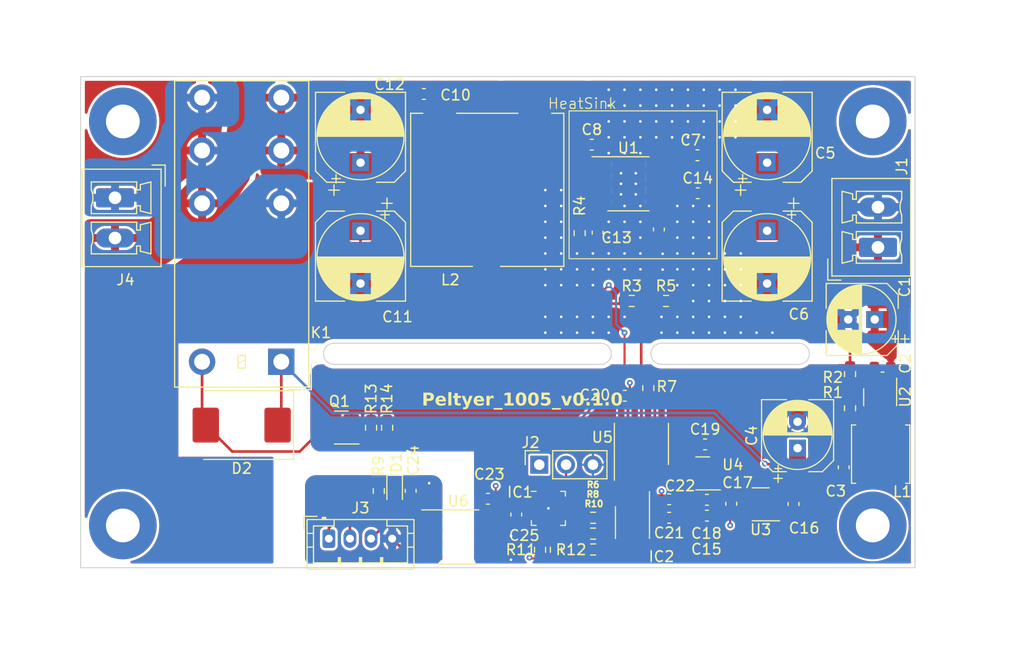
<source format=kicad_pcb>
(kicad_pcb (version 20221018) (generator pcbnew)
  (layers (0 "F.Cu" mixed) (1 "In1.Cu" mixed) (2 "In2.Cu" power) (31 "B.Cu" signal) (34 "B.Paste" user) (35 "F.Paste" user) (36 "B.SilkS" user "B.Silkscreen") (37 "F.SilkS" user "F.Silkscreen") (38 "B.Mask" user) (39 "F.Mask" user) (44 "Edge.Cuts" user))
  (net 0 "")
  (net 1 "Vin")
  (net 2 "GND")
  (net 3 "+5.5V")
  (net 4 "/LX")
  (net 5 "Net-(U1-BS)")
  (net 6 "/V_out")
  (net 7 "Vfb")
  (net 8 "Net-(U1-SS)")
  (net 9 "Net-(U1-Vcc)")
  (net 10 "+5V")
  (net 11 "U_ref")
  (net 12 "Net-(J3-Pin_4)")
  (net 13 "Net-(D1-A)")
  (net 14 "Net-(D1-K)")
  (net 15 "Net-(D2-A)")
  (net 21 "SDA")
  (net 22 "SCL")
  (net 24 "Net-(IC1-PC4)")
  (net 25 "Net-(IC1-PC5)")
  (net 26 "Net-(IC1-PC6)")
  (net 28 "Net-(IC1-PD1)")
  (net 29 "EN_A")
  (net 30 "SHDWN")
  (net 34 "/U_Set")
  (net 35 "Net-(IC2-~{SYNC})")
  (net 36 "Net-(IC2-SCLK)")
  (net 37 "Net-(IC2-DIN)")
  (net 38 "Net-(J3-Pin_2)")
  (net 39 "Net-(J3-Pin_3)")
  (net 40 "/Plus")
  (net 41 "/Minus")
  (net 42 "Net-(U2-SW)")
  (net 43 "Net-(Q1-G)")
  (net 44 "Net-(U2-FB)")
  (net 45 "Net-(U1-EN)")
  (net 46 "Net-(R7-Pad1)")
  (footprint "SamacSys_Parts:HeatSink_14x14mm" (layer "F.Cu") (at 159.25 50)
    (fp_text reference "HeatSink")
    (fp_text value "HeatSink_14x14mm" hide)
  )
  (footprint "Capacitor_SMD:C_0603_1608Metric" (layer "F.Cu") (at 161.725 79.775)
    (fp_text reference "C22")
    (fp_text value "0.1uF")
  )
  (footprint "Resistor_SMD:R_0603_1608Metric" (layer "F.Cu") (at 134.232621 78.986579 -90)
    (fp_text reference "R9")
    (fp_text value "200")
  )
  (footprint "Package_DFN_QFN:QFN-20-1EP_3x3mm_P0.4mm_EP1.65x1.65mm" (layer "F.Cu") (at 150.29 80.635)
    (fp_text reference "IC1")
    (fp_text value "CH32V003F4U6")
  )
  (footprint "Connector_JST:JST_PH_B4B-PH-K_1x04_P2.00mm_Vertical" (layer "F.Cu") (at 129.5 83.5)
    (fp_text reference "J3")
    (fp_text value "I2C_Connect")
  )
  (footprint "MountingHole:MountingHole_3.2mm_M3_Pad" (layer "F.Cu") (at 181 82.25)
    (fp_text reference "REF**" hide)
    (fp_text value "MountingHole_3.2mm_M3_Pad" hide)
  )
  (footprint "Capacitor_SMD:CP_Elec_6.3x7.7" (layer "F.Cu") (at 180 62.75 180)
    (fp_text reference "C1")
    (fp_text value "100uF")
  )
  (footprint "Capacitor_SMD:C_0603_1608Metric" (layer "F.Cu") (at 165.3 79.825)
    (fp_text reference "C18")
    (fp_text value "0.1uF")
  )
  (footprint "Inductor_SMD:L_Changjiang_FNR5012S" (layer "F.Cu") (at 181.75 75.5 -90)
    (fp_text reference "L1")
    (fp_text value "47uH")
  )
  (footprint "Connector_Phoenix_MC:PhoenixContact_MCV_1,5_2-G-3.81_1x02_P3.81mm_Vertical" (layer "F.Cu") (at 109.2575 51.2275 -90)
    (fp_text reference "J4")
    (fp_text value "Модуль")
  )
  (footprint "Resistor_SMD:R_0603_1608Metric" (layer "F.Cu") (at 154.525 81.525)
    (fp_text reference "R6")
    (fp_text value "200")
  )
  (footprint "Resistor_SMD:R_0603_1608Metric" (layer "F.Cu") (at 178.85 71.15 90)
    (fp_text reference "R1")
    (fp_text value "36k")
  )
  (footprint "Resistor_SMD:R_0603_1608Metric" (layer "F.Cu") (at 178.85 67.925 90)
    (fp_text reference "R2")
    (fp_text value "10k")
  )
  (footprint "Resistor_SMD:R_0603_1608Metric" (layer "F.Cu") (at 149.5 84.55 -90)
    (fp_text reference "R11")
    (fp_text value "10k")
  )
  (footprint "Capacitor_SMD:CP_Elec_6.3x7.7" (layer "F.Cu") (at 173.882214 73.75 90)
    (fp_text reference "C4")
    (fp_text value "100uF")
  )
  (footprint "Capacitor_SMD:C_0603_1608Metric" (layer "F.Cu") (at 137.25 78.975 -90)
    (fp_text reference "C24")
    (fp_text value "0.1uF")
  )
  (footprint "Capacitor_SMD:C_0603_1608Metric" (layer "F.Cu") (at 167.6 80.2 90)
    (fp_text reference "C17")
    (fp_text value "1uF")
  )
  (footprint "Capacitor_SMD:C_0603_1608Metric" (layer "F.Cu") (at 160.75 54.225 90)
    (fp_text reference "C9" hide)
    (fp_text value "100pF")
  )
  (footprint "Package_TO_SOT_SMD:SOT-23-5" (layer "F.Cu") (at 170.3875 80.25 180)
    (fp_text reference "U3")
    (fp_text value "TPL903250")
  )
  (footprint "Capacitor_SMD:CP_Elec_8x10" (layer "F.Cu") (at 171 45.5 90)
    (fp_text reference "C5")
    (fp_text value "150uF")
  )
  (footprint "Package_SO:MSOP-8_3x3mm_P0.65mm" (layer "F.Cu") (at 158.25 81.975 -90)
    (fp_text reference "IC2")
    (fp_text value "TPC116S1-VR")
  )
  (footprint "Package_SO:SOIC-8_3.9x4.9mm_P1.27mm" (layer "F.Cu") (at 141.75 83.34)
    (fp_text reference "U6")
    (fp_text value "NSI8100N")
  )
  (footprint "Package_TO_SOT_SMD:SOT-23" (layer "F.Cu") (at 130.684641 72.979649 180)
    (fp_text reference "Q1")
    (fp_text value "AO3400A")
  )
  (footprint "Capacitor_SMD:C_0603_1608Metric" (layer "F.Cu") (at 178.25 76.75 90)
    (fp_text reference "C3")
    (fp_text value "1uF")
  )
  (footprint "Resistor_SMD:R_0603_1608Metric" (layer "F.Cu") (at 151 84.55 -90)
    (fp_text reference "R12")
    (fp_text value "10k")
  )
  (footprint "LED_SMD:LED_0603_1608Metric" (layer "F.Cu") (at 135.732621 78.986579 -90)
    (fp_text reference "D1")
    (fp_text value "BLUE")
  )
  (footprint "Capacitor_SMD:C_0603_1608Metric" (layer "F.Cu") (at 154.95 54.525 -90)
    (fp_text reference "C13")
    (fp_text value "0.1uF")
  )
  (footprint "Relay_THT:Relay_DPDT_Omron_G2RL" (layer "F.Cu") (at 125 66.75 90)
    (fp_text reference "K1")
    (fp_text value "IM00")
  )
  (footprint "Package_TO_SOT_SMD:SOT-23-5" (layer "F.Cu") (at 181.7 70.1125 -90)
    (fp_text reference "U2")
    (fp_text value "AP2900")
  )
  (footprint "Capacitor_SMD:C_0603_1608Metric" (layer "F.Cu") (at 147.25 81.225 -90)
    (fp_text reference "C25")
    (fp_text value "0.1uF")
  )
  (footprint "Package_SO:SOIC-8-1EP_3.9x4.9mm_P1.27mm_EP2.514x3.2mm_ThermalVias" (layer "F.Cu") (at 157.8625 49.905)
    (fp_text reference "U1")
    (fp_text value "SY8205FCC")
  )
  (footprint "Diode_SMD:D_SMC" (layer "F.Cu") (at 121.25 72.75 180)
    (fp_text reference "D2")
    (fp_text value "B320")
  )
  (footprint "Capacitor_SMD:CP_Elec_8x10" (layer "F.Cu") (at 171 56.75 -90)
    (fp_text reference "C6")
    (fp_text value "150uF")
  )
  (footprint "Resistor_SMD:R_0603_1608Metric" (layer "F.Cu") (at 154.525 84.525)
    (fp_text reference "R10")
    (fp_text value "200")
  )
  (footprint "MountingHole:MountingHole_3.2mm_M3_Pad" (layer "F.Cu") (at 110 82.25)
    (fp_text reference "REF**" hide)
    (fp_text value "MountingHole_3.2mm_M3_Pad" hide)
  )
  (footprint "Resistor_SMD:R_0603_1608Metric" (layer "F.Cu") (at 133.5 73 -90)
    (fp_text reference "R14")
    (fp_text value "10k")
  )
  (footprint "Capacitor_THT:CP_Radial_D6.3mm_P2.50mm" (layer "F.Cu") (at 173.882214 74.93238 90)
    (fp_text reference "C1" hide)
    (fp_text value "CP_Radial_D6.3mm_P2.50mm" hide)
  )
  (footprint "Capacitor_THT:CP_Radial_D8.0mm_P5.00mm" (layer "F.Cu") (at 132.5 47.902651 90)
    (fp_text reference "C12" hide)
    (fp_text value "CP_Radial_D8.0mm_P5.00mm" hide)
  )
  (footprint "Resistor_SMD:R_0603_1608Metric" (layer "F.Cu") (at 161.425 61)
    (fp_text reference "R5")
    (fp_text value "10k")
  )
  (footprint "Capacitor_THT:CP_Radial_D8.0mm_P5.00mm" (layer "F.Cu") (at 132.5 54.347349 -90)
    (fp_text reference "C11" hide)
    (fp_text value "CP_Radial_D8.0mm_P5.00mm" hide)
  )
  (footprint "Resistor_SMD:R_0603_1608Metric" (layer "F.Cu") (at 135.02094 73.000443 90)
    (fp_text reference "R13")
    (fp_text value "200")
  )
  (footprint "Capacitor_SMD:C_0603_1608Metric" (layer "F.Cu") (at 161.725 81.525 180)
    (fp_text reference "C21")
    (fp_text value "1uF")
  )
  (footprint "Resistor_SMD:R_0603_1608Metric" (layer "F.Cu") (at 153.25 54.575 90)
    (fp_text reference "R4")
    (fp_text value "10k")
  )
  (footprint "SamacSys_Parts:CDEP147NP-6R1MC-125" (layer "F.Cu") (at 144.5 50.475 180)
    (fp_text reference "L2")
    (fp_text value "6.1uH")
  )
  (footprint "Capacitor_SMD:CP_Elec_8x10" (layer "F.Cu") (at 132.5 56.75 -90)
    (fp_text reference "C11")
    (fp_text value "150uF")
  )
  (footprint "Capacitor_SMD:C_0603_1608Metric" (layer "F.Cu") (at 181.925 67.225 180)
    (fp_text reference "C2")
    (fp_text value "1uF")
  )
  (footprint "Capacitor_THT:CP_Radial_D6.3mm_P2.50mm" (layer "F.Cu") (at 181.182379 62.75 180)
    (fp_text reference "C1" hide)
    (fp_text value "CP_Radial_D6.3mm_P2.50mm" hide)
  )
  (footprint "Connector_PinSocket_2.54mm:PinSocket_1x03_P2.54mm_Vertical" (layer "F.Cu") (at 149.425 76.5 90)
    (fp_text reference "J2")
    (fp_text value "SWIO")
  )
  (footprint "Capacitor_SMD:C_0603_1608Metric" (layer "F.Cu") (at 157.525 69.975 180)
    (fp_text reference "C20")
    (fp_text value "0.1uF")
  )
  (footprint "Capacitor_SMD:C_0603_1608Metric" (layer "F.Cu") (at 154.4 46.2)
    (fp_text reference "C8")
    (fp_text value "0.1uF")
  )
  (footprint "Capacitor_SMD:C_0603_1608Metric" (layer "F.Cu") (at 138.5 41.4 180)
    (fp_text reference "C10")
    (fp_text value "10uF")
  )
  (footprint "MountingHole:MountingHole_3.2mm_M3_Pad" (layer "F.Cu") (at 110 44)
    (fp_text reference "REF**" hide)
    (fp_text value "MountingHole_3.2mm_M3_Pad" hide)
  )
  (footprint "MountingHole:MountingHole_3.2mm_M3_Pad" (layer "F.Cu") (at 181 44)
    (fp_text reference "REF**" hide)
    (fp_text value "MountingHole_3.2mm_M3_Pad" hide)
  )
  (footprint "Capacitor_THT:CP_Radial_D8.0mm_P5.00mm" (layer "F.Cu") (at 171 47.902651 90)
    (fp_text reference "C5" hide)
    (fp_text value "CP_Radial_D8.0mm_P5.00mm" hide)
  )
  (footprint "Resistor_SMD:R_0603_1608Metric" (layer "F.Cu") (at 154.525 83.025)
    (fp_text reference "R8")
    (fp_text value "200")
  )
  (footprint "Capacitor_SMD:CP_Elec_8x10" (layer "F.Cu") (at 132.5 45.5 90)
    (fp_text reference "C12")
    (fp_text value "150uF")
  )
  (footprint "Capacitor_SMD:C_0603_1608Metric" (layer "F.Cu") (at 165.125 74.575)
    (fp_text reference "C19")
    (fp_text value "0.1uF")
  )
  (footprint "Connector_Phoenix_MC:PhoenixContact_MCV_1,5_2-G-3.81_1x02_P3.81mm_Vertical" (layer "F.Cu") (at 181.4925 55.9225 90)
    (fp_text reference "J1")
    (fp_text value "Питание")
  )
  (footprint "Capacitor_THT:CP_Radial_D8.0mm_P5.00mm" (layer "F.Cu") (at 171 54.347349 -90)
    (fp_text reference "C6" hide)
    (fp_text value "CP_Radial_D8.0mm_P5.00mm" hide)
  )
  (footprint "Capacitor_SMD:C_0603_1608Metric" (layer "F.Cu") (at 165.3 81.325)
    (fp_text reference "C15")
    (fp_text value "10uF")
  )
  (footprint "Resistor_SMD:R_0603_1608Metric" (layer "F.Cu") (at 159.75 69.25 90)
    (fp_text reference "R7")
    (fp_text value "30k")
  )
  (footprint "Resistor_SMD:R_0603_1608Metric" (layer "F.Cu") (at 158.175 61)
    (fp_text reference "R3")
    (fp_text value "120k")
  )
  (footprint "Capacitor_SMD:C_0603_1608Metric" (layer "F.Cu") (at 164.4 47.2)
    (fp_text reference "C7")
    (fp_text value "10uF")
  )
  (footprint "Capacitor_SMD:C_0603_1608Metric" (layer "F.Cu") (at 144.563871 79.725)
    (fp_text reference "C23")
    (fp_text value "0.1uF")
  )
  (footprint "Capacitor_SMD:C_0603_1608Metric" (layer "F.Cu") (at 164.425 50.8)
    (fp_text reference "C14")
    (fp_text value "1uF")
  )
  (footprint "Package_SO:SOIC-8_3.9x4.9mm_P1.27mm" (layer "F.Cu") (at 159.095 74.525 90)
    (fp_text reference "U5")
    (fp_text value "TPA1286U-VS1R")
  )
  (footprint "Package_TO_SOT_SMD:SOT-23" (layer "F.Cu") (at 164.9 77.325 180)
    (fp_text reference "U4")
    (fp_text value "RS3112-2.5")
  )
  (footprint "Capacitor_SMD:C_0603_1608Metric" (layer "F.Cu") (at 173.5 80.225 90)
    (fp_text reference "C16")
    (fp_text value "1uF")
  )
  (gr_arc (start 161 67) (mid 160 66) (end 161 65) (stroke (width 0.1)) (layer "Edge.Cuts"))
  (gr_arc (start 155.25 65) (mid 156.25 66) (end 155.25 67) (stroke (width 0.1)) (layer "Edge.Cuts"))
  (gr_rect (start 106 39.75) (end 185 86.25) (stroke (width 0.1)) (fill none) (layer "Edge.Cuts"))
  (gr_arc (start 130 67) (mid 129 66) (end 130 65) (stroke (width 0.1)) (layer "Edge.Cuts"))
  (gr_line (start 174 67) (end 161 67) (stroke (width 0.1)) (layer "Edge.Cuts"))
  (gr_line (start 161 65) (end 174 65) (stroke (width 0.1)) (layer "Edge.Cuts"))
  (gr_line (start 130 65) (end 155.25 65) (stroke (width 0.1)) (layer "Edge.Cuts"))
  (gr_arc (start 174 65) (mid 175 66) (end 174 67) (stroke (width 0.1)) (layer "Edge.Cuts"))
  (gr_line (start 130 67) (end 155.25 67) (stroke (width 0.1)) (layer "Edge.Cuts"))
  (gr_text "Peltyer_1005_v0.1.0" (at 138.3 71.1) (layer "F.SilkS") (effects (font (size 1.2 1.2) (thickness 0.24) bold) (justify left bottom)))
  (segment (start 160.5 49.27) (end 160.02 49.27) (width 0.25) (layer "F.Cu") (net 1))
  (segment (start 182.7 68.925) (end 182.65 68.975) (width 0.25) (layer "F.Cu") (net 1))
  (segment (start 161 48) (end 161 49) (width 0.25) (layer "F.Cu") (net 1))
  (segment (start 160.5 48) (end 161 48) (width 0.25) (layer "F.Cu") (net 1))
  (segment (start 160.02 49.27) (end 160 49.25) (width 0.25) (layer "F.Cu") (net 1))
  (segment (start 160 49.25) (end 160 48.25) (width 0.25) (layer "F.Cu") (net 1))
  (segment (start 160.5 48) (end 160.5 49.27) (width 0.25) (layer "F.Cu") (net 1))
  (segment (start 182.7 67.225) (end 182.7 68.925) (width 0.25) (layer "F.Cu") (net 1))
  (segment (start 161.825 77.825) (end 161 77) (width 0.25) (layer "F.Cu") (net 2))
  (segment (start 181.15 67.225) (end 178.975 67.225) (width 0.25) (layer "F.Cu") (net 2))
  (segment (start 178.85 64.3) (end 177.3 62.75) (width 0.25) (layer "F.Cu") (net 2))
  (segment (start 149.89 81.035) (end 148.84 81.035) (width 0.2) (layer "F.Cu") (net 2))
  (segment (start 162.5 79.775) (end 161.825 79.1) (width 0.25) (layer "F.Cu") (net 2))
  (segment (start 181.7 67.775) (end 181.7 68.975) (width 0.25) (layer "F.Cu") (net 2))
  (segment (start 133.5 72.175) (end 131.767492 72.175) (width 0.25) (layer "F.Cu") (net 2))
  (segment (start 177.832214 67.1) (end 173.882214 71.05) (width 0.25) (layer "F.Cu") (net 2))
  (segment (start 178.85 67.1) (end 178.85 64.3) (width 0.25) (layer "F.Cu") (net 2))
  (segment (start 150.4 80.6) (end 149.89 81.035) (width 0.2) (layer "F.Cu") (net 2))
  (segment (start 181.15 67.225) (end 181.7 67.775) (width 0.25) (layer "F.Cu") (net 2))
  (segment (start 150.29 80.635) (end 150.4 80.6) (width 0.2) (layer "F.Cu") (net 2))
  (segment (start 131.767492 72.175) (end 131.622141 72.029649) (width 0.25) (layer "F.Cu") (net 2))
  (segment (start 161.825 79.1) (end 161.825 77.825) (width 0.25) (layer "F.Cu") (net 2))
  (segment (start 178.85 67.1) (end 177.832214 67.1) (width 0.25) (layer "F.Cu") (net 2))
  (segment (start 178.975 67.225) (end 178.85 67.1) (width 0.25) (layer "F.Cu") (net 2))
  (via (at 165.5 53.5) (size 0.55) (drill 0.25) (layers "F.Cu" "B.Cu") (net 2))
  (via (at 159 41) (size 0.55) (drill 0.25) (layers "F.Cu" "B.Cu") (net 2))
  (via (at 156 62.5) (size 0.55) (drill 0.25) (layers "F.Cu" "B.Cu") (net 2))
  (via (at 166.5 41) (size 0.55) (drill 0.25) (layers "F.Cu" "B.Cu") (net 2))
  (via (at 165.5 58) (size 0.55) (drill 0.25) (layers "F.Cu" "B.Cu") (net 2))
  (via (at 156 44) (size 0.55) (drill 0.25) (layers "F.Cu" "B.Cu") (net 2))
  (via (at 164 61) (size 0.55) (drill 0.25) (layers "F.Cu" "B.Cu") (net 2))
  (via (at 156 56.5) (size 0.55) (drill 0.25) (layers "F.Cu" "B.Cu") (net 2))
  (via (at 150 64) (size 0.55) (drill 0.25) (layers "F.Cu" "B.Cu") (net 2))
  (via (at 156 55) (size 0.55) (drill 0.25) (layers "F.Cu" "B.Cu") (net 2))
  (via (at 154.5 58) (size 0.55) (drill 0.25) (layers "F.Cu" "B.Cu") (net 2))
  (via (at 168 45.5) (size 0.55) (drill 0.25) (layers "F.Cu" "B.Cu") (net 2))
  (via (at 161 64) (size 0.55) (drill 0.25) (layers "F.Cu" "B.Cu") (net 2))
  (via (at 163.5 41) (size 0.55) (drill 0.25) (layers "F.Cu" "B.Cu") (net 2))
  (via (at 151.5 52) (size 0.55) (drill 0.25) (layers "F.Cu" "B.Cu") (net 2))
  (via (at 168.5 56.5) (size 0.55) (drill 0.25) (layers "F.Cu" "B.Cu") (net 2))
  (via (at 157.5 42.5) (size 0.55) (drill 0.25) (layers "F.Cu" "B.Cu") (net 2))
  (via (at 150 50.5) (size 0.55) (drill 0.25) (layers "F.Cu" "B.Cu") (net 2))
  (via (at 151.5 53.5) (size 0.55) (drill 0.25) (layers "F.Cu" "B.Cu") (net 2))
  (via (at 157.5 44) (size 0.55) (drill 0.25) (layers "F.Cu" "B.Cu") (net 2))
  (via (at 162.5 53.5) (size 0.55) (drill 0.25) (layers "F.Cu" "B.Cu") (net 2))
  (via (at 157.5 53.5) (size 0.55) (drill 0.25) (layers "F.Cu" "B.Cu") (net 2))
  (via (at 164 59.5) (size 0.55) (drill 0.25) (layers "F.Cu" "B.Cu") (net 2))
  (via (at 168.5 61) (size 0.55) (drill 0.25) (layers "F.Cu" "B.Cu") (net 2))
  (via (at 151.5 59.5) (size 0.55) (drill 0.25) (layers "F.Cu" "B.Cu") (net 2))
  (via (at 166.5 42.5) (size 0.55) (drill 0.25) (layers "F.Cu" "B.Cu") (net 2))
  (via (at 146.75 83.25) (size 0.55) (drill 0.25) (layers "F.Cu" "B.Cu") (net 2))
  (via (at 159 44) (size 0.55) (drill 0.25) (layers "F.Cu" "B.Cu") (net 2))
  (via (at 161 62.5) (size 0.55) (drill 0.25) (layers "F.Cu" "B.Cu") (net 2))
  (via (at 162.5 52) (size 0.55) (drill 0.25) (layers "F.Cu" "B.Cu") (net 2))
  (via (at 167 61) (size 0.55) (drill 0.25) (layers "F.Cu" "B.Cu") (net 2))
  (via (at 164 64) (size 0.55) (drill 0.25) (layers "F.Cu" "B.Cu") (net 2))
  (via (at 154.5 62.5) (size 0.55) (drill 0.25) (layers "F.Cu" "B.Cu") (net 2))
  (via (at 163.5 44) (size 0.55) (drill 0.25) (layers "F.Cu" "B.Cu") (net 2))
  (via (at 164 56.5) (size 0.55) (drill 0.25) (layers "F.Cu" "B.Cu") (net 2))
  (via (at 167 64) (size 0.55) (drill 0.25) (layers "F.Cu" "B.Cu") (net 2))
  (via (at 162.5 62.5) (size 0.55) (drill 0.25) (layers "F.Cu" "B.Cu") (net 2))
  (via (at 163.5 45.5) (size 0.55) (drill 0.25) (layers "F.Cu" "B.Cu") (net 2))
  (via (at 165.5 59.5) (size 0.55) (drill 0.25) (layers "F.Cu" "B.Cu") (net 2))
  (via (at 165.5 52) (size 0.55) (drill 0.25) (layers "F.Cu" "B.Cu") (net 2))
  (via (at 159 58) (size 0.55) (drill 0.25) (layers "F.Cu" "B.Cu") (net 2))
  (via (at 151.5 62.5) (size 0.55) (drill 0.25) (layers "F.Cu" "B.Cu") (net 2))
  (via (at 159 53.5) (size 0.55) (drill 0.25) (layers "F.Cu" "B.Cu") (net 2))
  (via (at 162 41) (size 0.55) (drill 0.25) (layers "F.Cu" "B.Cu") (net 2))
  (via (at 157.5 45.5) (size 0.55) (drill 0.25) (layers "F.Cu" "B.Cu") (net 2))
  (via (at 162.5 55) (size 0.55) (drill 0.25) (layers "F.Cu" "B.Cu") (net 2))
  (via (at 150 58) (size 0.55) (drill 0.25) (layers "F.Cu" "B.Cu") (net 2))
  (via (at 156 41) (size 0.55) (drill 0.25) (layers "F.Cu" "B.Cu") (net 2))
  (via (at 156 42.5) (size 0.55) (drill 0.25) (layers "F.Cu" "B.Cu") (net 2))
  (via (at 159 56.5) (size 0.55) (drill 0.25) (layers "F.Cu" "B.Cu") (net 2))
  (via (at 157.5 56.5) (size 0.55) (drill 0.25) (layers "F.Cu" "B.Cu") (net 2))
  (via (at 157.5 55) (size 0.55) (drill 0.25) (layers "F.Cu" "B.Cu") (net 2))
  (via (at 165 41) (size 0.55) (drill 0.25) (layers "F.Cu" "B.Cu") (net 2))
  (via (at 146.75 85.5) (size 0.55) (drill 0.25) (layers "F.Cu" "B.Cu") (net 2))
  (via (at 164 62.5) (size 0.55) (drill 0.25) (layers "F.Cu" "B.Cu") (net 2))
  (via (at 150 55) (size 0.55) (drill 0.25) (layers "F.Cu" "B.Cu") (net 2))
  (via (at 162 45.5) (size 0.55) (drill 0.25) (layers "F.Cu" "B.Cu") (net 2))
  (via (at 162.5 58) (size 0.55) (drill 0.25) (layers "F.Cu" "B.Cu") (net 2))
  (via (at 159 55) (size 0.55) (drill 0.25) (layers "F.Cu" "B.Cu") (net 2))
  (via (at 165.5 56.5) (size 0.55) (drill 0.25) (layers "F.Cu" "B.Cu") (net 2))
  (via (at 156 58) (size 0.55) (drill 0.25) (layers "F.Cu" "B.Cu") (net 2))
  (via (at 162.5 56.5) (size 0.55) (drill 0.25) (layers "F.Cu" "B.Cu") (net 2))
  (via (at 168.5 64) (size 0.55) (drill 0.25) (layers "F.Cu" "B.Cu") (net 2))
  (via (at 157.5 52) (size 0.55) (drill 0.25) (layers "F.Cu" "B.Cu") (net 2))
  (via (at 168.5 59.5) (size 0.55) (drill 0.25) (layers "F.Cu" "B.Cu") (net 2))
  (via (at 167 56.5) (size 0.55) (drill 0.25) (layers "F.Cu" "B.Cu") (net 2))
  (via (at 168.5 58) (size 0.55) (drill 0.25) (layers "F.Cu" "B.Cu") (net 2))
  (via (at 164 53.5) (size 0.55) (drill 0.25) (layers "F.Cu" "B.Cu") (net 2))
  (via (at 164 52) (size 0.55) (drill 0.25) (layers "F.Cu" "B.Cu") (net 2))
  (via (at 160.5 44) (size 0.55) (drill 0.25) (layers "F.Cu" "B.Cu") (net 2))
  (via (at 170 64) (size 0.55) (drill 0.25) (layers "F.Cu" "B.Cu") (net 2))
  (via (at 159 42.5) (size 0.55) (drill 0.25) (layers "F.Cu" "B.Cu") (net 2))
  (via (at 165.5 62.5) (size 0.55) (drill 0.25) (layers "F.Cu" "B.Cu") (net 2))
  (via (at 168 41) (size 0.55) (drill 0.25) (layers "F.Cu" "B.Cu") (net 2))
  (via (at 162.5 64) (size 0.55) (drill 0.25) (layers "F.Cu" "B.Cu") (net 2))
  (via (at 150.29 80.635) (size 0.55) (drill 0.25) (layers "F.Cu" "B.Cu") (net 2))
  (via (at 168 44) (size 0.55) (drill 0.25) (layers "F.Cu" "B.Cu") (net 2))
  (via (at 154.5 64) (size 0.55) (drill 0.25) (layers "F.Cu" "B.Cu") (net 2))
  (via (at 151.5 64) (size 0.55) (drill 0.25) (layers "F.Cu" "B.Cu") (net 2))
  (via (at 160.5 41) (size 0.55) (drill 0.25) (layers "F.Cu" "B.Cu") (net 2))
  (via (at 165.5 55) (size 0.55) (drill 0.25) (layers "F.Cu" "B.Cu") (net 2))
  (via (at 154.5 59.5) (size 0.55) (drill 0.25) (layers "F.Cu" "B.Cu") (net 2))
  (via (at 150 56.5) (size 0.55) (drill 0.25) (layers "F.Cu" "B.Cu") (net 2))
  (via (at 153 62.5) (size 0.55) (drill 0.25) (layers "F.Cu" "B.Cu") (net 2))
  (via (at 164 55) (size 0.55) (drill 0.25) (layers "F.Cu" "B.Cu") (net 2))
  (via (at 156 53.5) (size 0.55) (drill 0.25) (layers "F.Cu" "B.Cu") (net 2))
  (via (at 165.5 64) (size 0.55) (drill 0.25) (layers "F.Cu" "B.Cu") (net 2))
  (via (at 157.5 41) (size 0.55) (drill 0.25) (layers "F.Cu" "B.Cu") (net 2))
  (via (at 156 45.5) (size 0.55) (drill 0.25) (layers "F.Cu" "B.Cu") (net 2))
  (via (at 165 45.5) (size 0.55) (drill 0.25) (layers "F.Cu" "B.Cu") (net 2))
  (via (at 171.5 64) (size 0.55) (drill 0.25) (layers "F.Cu" "B.Cu") (net 2))
  (via (at 153 56.5) (size 0.55) (drill 0.25) (layers "F.Cu" "B.Cu") (net 2))
  (via (at 159 52) (size 0.55) (drill 0.25) (layers "F.Cu" "B.Cu") (net 2))
  (via (at 168 42.5) (size 0.55) (drill 0.25) (layers "F.Cu" "B.Cu") (net 2))
  (via (at 150 53.5) (size 0.55) (drill 0.25) (layers "F.Cu" "B.Cu") (net 2))
  (via (at 159 45.5) (size 0.55) (drill 0.25) (layers "F.Cu" "B.Cu") (net 2))
  (via (at 167 62.5) (size 0.55) (drill 0.25) (layers "F.Cu" "B.Cu") (net 2))
  (via (at 163.5 42.5) (size 0.55) (drill 0.25) (layers "F.Cu" "B.Cu") (net 2))
  (via (at 151.5 58) (size 0.55) (drill 0.25) (layers "F.Cu" "B.Cu") (net 2))
  (via (at 166.5 45.5) (size 0.55) (drill 0.25) (layers "F.Cu" "B.Cu") (net 2))
  (via (at 160.5 45.5) (size 0.55) (drill 0.25) (layers "F.Cu" "B.Cu") (net 2))
  (via (at 165 44) (size 0.55) (drill 0.25) (layers "F.Cu" "B.Cu") (net 2))
  (via (at 162 44) (size 0.55) (drill 0.25) (layers "F.Cu" "B.Cu") (net 2))
  (via (at 157.5 58) (size 0.55) (drill 0.25) (layers "F.Cu" "B.Cu") (net 2))
  (via (at 151.5 55) (size 0.55) (drill 0.25) (layers "F.Cu" "B.Cu") (net 2))
  (via (at 150 59.5) (size 0.55) (drill 0.25) (layers "F.Cu" "B.Cu") (net 2))
  (via (at 151.5 56.5) (size 0.55) (drill 0.25) (layers "F.Cu" "B.Cu") (net 2))
  (via (at 153 64) (size 0.55) (drill 0.25) (layers "F.Cu" "B.Cu") (net 2))
  (via (at 151.5 50.5) (size 0.55) (drill 0.25) (layers "F.Cu" "B.Cu") (net 2))
  (via (at 168.5 62.5) (size 0.55) (drill 0.25) (layers "F.Cu" "B.Cu") (net 2))
  (via (at 167 59.5) (size 0.55) (drill 0.25) (layers "F.Cu" "B.Cu") (net 2))
  (via (at 153 58) (size 0.55) (drill 0.25) (layers "F.Cu" "B.Cu") (net 2))
  (via (at 161.104278 58.026736) (size 0.55) (drill 0.25) (layers "F.Cu" "B.Cu") (net 2))
  (via (at 154.5 56.5) (size 0.55) (drill 0.25) (layers "F.Cu" "B.Cu") (net 2))
  (via (at 157.5 47) (size 0.55) (drill 0.25) (layers "F.Cu" "B.Cu") (net 2))
  (via (at 166.5 44) (size 0.55) (drill 0.25) (layers "F.Cu" "B.Cu") (net 2))
  (via (at 150 62.5) (size 0.55) (drill 0.25) (layers "F.Cu" "B.Cu") (net 2))
  (via (at 167 58) (size 0.55) (drill 0.25) (layers "F.Cu" "B.Cu") (net 2))
  (via (at 162.5 59.5) (size 0.55) (drill 0.25) (layers "F.Cu" "B.Cu") (net 2))
  (via (at 159 47) (size 0.55) (drill 0.25) (layers "F.Cu" "B.Cu") (net 2))
  (via (at 160.5 42.5) (size 0.55) (drill 0.25) (layers "F.Cu" "B.Cu") (net 2))
  (via (at 157.5 62.5) (size 0.55) (drill 0.25) (layers "F.Cu" "B.Cu") (net 2))
  (via (at 153 59.5) (size 0.55) (drill 0.25) (layers "F.Cu" "B.Cu") (net 2))
  (via (at 165 42.5) (size 0.55) (drill 0.25) (layers "F.Cu" "B.Cu") (net 2))
  (via (at 150 52) (size 0.55) (drill 0.25) (layers "F.Cu" "B.Cu") (net 2))
  (via (at 165.5 61) (size 0.55) (drill 0.25) (layers "F.Cu" "B.Cu") (net 2))
  (via (at 162 42.5) (size 0.55) (drill 0.25) (layers "F.Cu" "B.Cu") (net 2))
  (via (at 164 58) (size 0.55) (drill 0.25) (layers "F.Cu" "B.Cu") (net 2))
  (via (at 161.104278 56.526736) (size 0.55) (drill 0.25) (layers "F.Cu" "B.Cu") (net 2))
  (via (at 156 64) (size 0.55) (drill 0.25) (layers "F.Cu" "B.Cu") (net 2))
  (via (at 156 47) (size 0.55) (drill 0.25) (layers "F.Cu" "B.Cu") (net 2))
  (segment (start 125 66.75) (end 125 72.4) (width 0.25) (layer "F.Cu") (net 3))
  (segment (start 178.25 77.525) (end 174.957214 77.525) (width 0.25) (layer "F.Cu") (net 3))
  (segment (start 174.375 76.45) (end 173.882214 76.45) (width 0.25) (layer "F.Cu") (net 3))
  (segment (start 170.5625 80.586396) (end 171.176104 81.2) (width 0.2) (layer "F.Cu") (net 3))
  (segment (start 173.882214 76.942786) (end 171.525 79.3) (width 0.25) (layer "F.Cu") (net 3))
  (segment (start 171.525 79.3) (end 171.176104 79.3) (width 0.2) (layer "F.Cu") (net 3))
  (segment (start 178.85 71.975) (end 174.375 76.45) (width 0.25) (layer "F.Cu") (net 3))
  (segment (start 125 72.4) (end 124.65 72.75) (width 0.25) (layer "F.Cu") (net 3))
  (segment (start 173.882214 76.45) (end 170.85 76.45) (width 0.25) (layer "F.Cu") (net 3))
  (segment (start 171.176104 81.2) (end 171.525 81.2) (width 0.2) (layer "F.Cu") (net 3))
  (segment (start 170.5625 79.913604) (end 170.5625 80.586396) (width 0.2) (layer "F.Cu") (net 3))
  (segment (start 174.957214 77.525) (end 173.882214 76.45) (width 0.25) (layer "F.Cu") (net 3))
  (segment (start 173.5 81) (end 171.725 81) (width 0.2) (layer "F.Cu") (net 3))
  (segment (start 170.85 76.45) (end 170.8 76.4) (width 0.25) (layer "F.Cu") (net 3))
  (segment (start 173.882214 76.45) (end 173.882214 76.942786) (width 0.25) (layer "F.Cu") (net 3))
  (segment (start 181.75 77.35) (end 178.425 77.35) (width 0.25) (layer "F.Cu") (net 3))
  (segment (start 171.725 81) (end 171.525 81.2) (width 0.2) (layer "F.Cu") (net 3))
  (segment (start 171.176104 79.3) (end 170.5625 79.913604) (width 0.2) (layer "F.Cu") (net 3))
  (segment (start 178.425 77.35) (end 178.25 77.525) (width 0.25) (layer "F.Cu") (net 3))
  (via (at 170.8 76.4) (size 0.55) (drill 0.25) (layers "F.Cu" "B.Cu") (net 3))
  (segment (start 129.85 71.6) (end 125 66.75) (width 0.25) (layer "B.Cu") (net 3))
  (segment (start 170.8 76.4) (end 166 71.6) (width 0.25) (layer "B.Cu") (net 3))
  (segment (start 166 71.6) (end 129.85 71.6) (width 0.25) (layer "B.Cu") (net 3))
  (segment (start 155.225 48) (end 155.225 46.25) (width 0.25) (layer "F.Cu") (net 5))
  (segment (start 155.225 46.25) (end 155.175 46.2) (width 0.25) (layer "F.Cu") (net 5))
  (segment (start 160.1 59.6) (end 160.5 59.2) (width 0.25) (layer "F.Cu") (net 6))
  (segment (start 140 44.25) (end 139.275 43.525) (width 0.25) (layer "F.Cu") (net 6))
  (segment (start 157.35 61) (end 157.35 60.35) (width 0.25) (layer "F.Cu") (net 6))
  (segment (start 160.5 59.2) (end 160.5 55.25) (width 0.25) (layer "F.Cu") (net 6))
  (segment (start 158.1 59.6) (end 160.1 59.6) (width 0.25) (layer "F.Cu") (net 6))
  (segment (start 139.275 43.525) (end 139.275 41.4) (width 0.25) (layer "F.Cu") (net 6))
  (segment (start 132.5 56) (end 132.5 53.5) (width 0.25) (layer "F.Cu") (net 6))
  (segment (start 157.1 61.25) (end 137.75 61.25) (width 0.25) (layer "F.Cu") (net 6))
  (segment (start 160.5 55.25) (end 160.75 55) (width 0.25) (layer "F.Cu") (net 6))
  (segment (start 157.35 61) (end 157.1 61.25) (width 0.25) (layer "F.Cu") (net 6))
  (segment (start 137.75 61.25) (end 132.5 56) (width 0.25) (layer "F.Cu") (net 6))
  (segment (start 157.35 60.35) (end 158.1 59.6) (width 0.25) (layer "F.Cu") (net 6))
  (segment (start 161.7 59.9) (end 161.7 58.279543) (width 0.25) (layer "F.Cu") (net 7))
  (segment (start 161.7 54.4) (end 160.75 53.45) (width 0.25) (layer "F.Cu") (net 7))
  (segment (start 161.7 57.773929) (end 161.7 56.779543) (width 0.25) (layer "F.Cu") (net 7))
  (segment (start 160.5 51.81) (end 160.5 53.2) (width 0.25) (layer "F.Cu") (net 7))
  (segment (start 161.704278 58.275265) (end 161.704278 57.778207) (width 0.25) (layer "F.Cu") (net 7))
  (segment (start 161.7 56.779543) (end 161.704278 56.775265) (width 0.25) (layer "F.Cu") (net 7))
  (segment (start 161.704278 56.278207) (end 161.7 56.273929) (width 0.25) (layer "F.Cu") (net 7))
  (segment (start 161.704278 56.775265) (end 161.704278 56.278207) (width 0.25) (layer "F.Cu") (net 7))
  (segment (start 159.075 67.75) (end 159.075 61.075) (width 0.25) (layer "F.Cu") (net 7))
  (segment (start 161.7 58.279543) (end 161.704278 58.275265) (width 0.25) (layer "F.Cu") (net 7))
  (segment (start 161.704278 57.778207) (end 161.7 57.773929) (width 0.25) (layer "F.Cu") (net 7))
  (segment (start 159.75 68.425) (end 159.075 67.75) (width 0.25) (layer "F.Cu") (net 7))
  (segment (start 161.7 56.273929) (end 161.7 54.4) (width 0.25) (layer "F.Cu") (net 7))
  (segment (start 159.075 61.075) (end 159 61) (width 0.25) (layer "F.Cu") (net 7))
  (segment (start 159 61) (end 160.6 61) (width 0.25) (layer "F.Cu") (net 7))
  (segment (start 160.6 61) (end 161.7 59.9) (width 0.25) (layer "F.Cu") (net 7))
  (segment (start 160.5 53.2) (end 160.75 53.45) (width 0.25) (layer "F.Cu") (net 7))
  (segment (start 154.95 52.085) (end 155.225 51.81) (width 0.25) (layer "F.Cu") (net 8))
  (segment (start 154.95 53.75) (end 154.95 52.085) (width 0.25) (layer "F.Cu") (net 8))
  (segment (start 163.39 50.54) (end 163.65 50.8) (width 0.25) (layer "F.Cu") (net 9))
  (segment (start 160.5 50.54) (end 163.39 50.54) (width 0.25) (layer "F.Cu") (net 9))
  (segment (start 148.5 85.3) (end 148.575 85.375) (width 0.2) (layer "F.Cu") (net 10))
  (segment (start 145.338871 80.088871) (end 145.338871 79.725) (width 0.2) (layer "F.Cu") (net 10))
  (segment (start 158.46 70.135) (end 158.3 69.975) (width 0.25) (layer "F.Cu") (net 10))
  (segment (start 159.3125 79.775) (end 159.225 79.8625) (width 0.2) (layer "F.Cu") (net 10))
  (segment (start 151 85.375) (end 150.2 85.375) (width 0.2) (layer "F.Cu") (net 10))
  (segment (start 158 68.75) (end 158 69.675) (width 0.2) (layer "F.Cu") (net 10))
  (segment (start 167.825 81.2) (end 167.6 80.975) (width 0.2) (layer "F.Cu") (net 10))
  (segment (start 165.3 82.1) (end 164.525 81.325) (width 0.2) (layer "F.Cu") (net 10))
  (segment (start 164.525 81.325) (end 164.525 79.825) (width 0.2) (layer "F.Cu") (net 10))
  (segment (start 167.6 81.2) (end 166.7 82.1) (width 0.2) (layer "F.Cu") (net 10))
  (segment (start 144.225 81.435) (end 145.338871 80.321129) (width 0.2) (layer "F.Cu") (net 10))
  (segment (start 145.338871 80.321129) (end 145.338871 79.725) (width 0.2) (layer "F.Cu") (net 10))
  (segment (start 150.2 85.375) (end 149.5 85.375) (width 0.2) (layer "F.Cu") (net 10))
  (segment (start 169.25 81.2) (end 167.825 81.2) (width 0.2) (layer "F.Cu") (net 10))
  (segment (start 160.95 79.775) (end 159.3125 79.775) (width 0.2) (layer "F.Cu") (net 10))
  (segment (start 161 79) (end 161 79.725) (width 0.2) (layer "F.Cu") (net 10))
  (segment (start 165.8375 78.275) (end 165.8375 78.5125) (width 0.2) (layer "F.Cu") (net 10))
  (segment (start 161 79.725) (end 160.95 79.775) (width 0.2) (layer "F.Cu") (net 10))
  (segment (start 158.46 72.05) (end 158.46 70.135) (width 0.25) (layer "F.Cu") (net 10))
  (segment (start 149.49 82.085) (end 147.335 82.085) (width 0.2) (layer "F.Cu") (net 10))
  (segment (start 145.3 79.686129) (end 145.338871 79.725) (width 0.2) (layer "F.Cu") (net 10))
  (segment (start 148.575 85.375) (end 150.2 85.375) (width 0.2) (layer "F.Cu") (net 10))
  (segment (start 167.6 80.975) (end 167.6 81.2) (width 0.2) (layer "F.Cu") (net 10))
  (segment (start 166.7 82.1) (end 165.3 82.1) (width 0.2) (layer "F.Cu") (net 10))
  (segment (start 147.335 82.085) (end 147.25 82) (width 0.2) (layer "F.Cu") (net 10))
  (segment (start 145.3 78.5) (end 145.3 79.686129) (width 0.2) (layer "F.Cu") (net 10))
  (segment (start 147.25 82) (end 145.338871 80.088871) (width 0.2) (layer "F.Cu") (net 10))
  (segment (start 158 69.675) (end 158.3 69.975) (width 0.2) (layer "F.Cu") (net 10))
  (segment (start 167.6 80.975) (end 167.5 81.075) (width 0.2) (layer "F.Cu") (net 10))
  (segment (start 165.8375 78.5125) (end 164.525 79.825) (width 0.2) (layer "F.Cu") (net 10))
  (segment (start 167.5 81.075) (end 167.5 82.25) (width 0.2) (layer "F.Cu") (net 10))
  (via (at 145.3 78.5) (size 0.55) (drill 0.25) (layers "F.Cu" "B.Cu") (net 10))
  (via (at 148.5 85.3) (size 0.55) (drill 0.25) (layers "F.Cu" "B.Cu") (net 10))
  (via (at 167.5 82.25) (size 0.55) (drill 0.25) (layers "F.Cu" "B.Cu") (net 10))
  (via (at 161 79) (size 0.55) (drill 0.25) (layers "F.Cu" "B.Cu") (net 10))
  (via (at 158 68.75) (size 0.55) (drill 0.25) (layers "F.Cu" "B.Cu") (net 10))
  (segment (start 164.35 74.575) (end 163.525 74.575) (width 0.2) (layer "F.Cu") (net 11))
  (segment (start 165.8375 76.375) (end 164.35 74.8875) (width 0.2) (layer "F.Cu") (net 11))
  (segment (start 163.525 74.575) (end 161 72.05) (width 0.2) (layer "F.Cu") (net 11))
  (segment (start 164.35 74.575) (end 162.25 76.675) (width 0.2) (layer "F.Cu") (net 11))
  (segment (start 160.95 81.525) (end 159.509315 81.525) (width 0.2) (layer "F.Cu") (net 11))
  (segment (start 159.509315 81.525) (end 158.575 80.590685) (width 0.2) (layer "F.Cu") (net 11))
  (segment (start 162.25 76.675) (end 162.25 78.25) (width 0.2) (layer "F.Cu") (net 11))
  (segment (start 162.25 78.25) (end 163.25 79.25) (width 0.2) (layer "F.Cu") (net 11))
  (segment (start 162.942462 80.55) (end 161.925 80.55) (width 0.2) (layer "F.Cu") (net 11))
  (segment (start 158.575 80.590685) (end 158.575 79.8625) (width 0.2) (layer "F.Cu") (net 11))
  (segment (start 163.25 79.25) (end 163.25 80.242462) (width 0.2) (layer "F.Cu") (net 11))
  (segment (start 161.925 80.55) (end 160.95 81.525) (width 0.2) (layer "F.Cu") (net 11))
  (segment (start 164.35 74.8875) (end 164.35 74.575) (width 0.2) (layer "F.Cu") (net 11))
  (segment (start 163.25 80.242462) (end 162.942462 80.55) (width 0.2) (layer "F.Cu") (net 11))
  (segment (start 137.245 85.245) (end 139.275 85.245) (width 0.25) (layer "F.Cu") (net 12))
  (segment (start 135.5 83.5) (end 137.245 85.245) (width 0.25) (layer "F.Cu") (net 12))
  (segment (start 138.95 78.2) (end 139 78.25) (width 0.25) (layer "F.Cu") (net 12))
  (segment (start 137.25 78.2) (end 138.95 78.2) (width 0.25) (layer "F.Cu") (net 12))
  (via (at 139 78.25) (size 0.55) (drill 0.25) (layers "F.Cu" "B.Cu") (net 12))
  (segment (start 129.5 82.5) (end 131 81) (width 0.25) (layer "F.Cu") (net 13))
  (segment (start 137.225921 79.774079) (end 137.25 79.75) (width 0.25) (layer "F.Cu") (net 13))
  (segment (start 129.5 83.5) (end 129.5 82.5) (width 0.25) (layer "F.Cu") (net 13))
  (segment (start 135.732621 79.967379) (end 135.732621 79.774079) (width 0.25) (layer "F.Cu") (net 13))
  (segment (start 139.275 81.435) (end 138.935 81.435) (width 0.25) (layer "F.Cu") (net 13))
  (segment (start 138.935 81.435) (end 137.25 79.75) (width 0.25) (layer "F.Cu") (net 13))
  (segment (start 134.7 81) (end 135.732621 79.967379) (width 0.25) (layer "F.Cu") (net 13))
  (segment (start 135.732621 79.774079) (end 137.225921 79.774079) (width 0.25) (layer "F.Cu") (net 13))
  (segment (start 131 81) (end 134.7 81) (width 0.25) (layer "F.Cu") (net 13))
  (segment (start 135.732621 78.199079) (end 134.270121 78.199079) (width 0.25) (layer "F.Cu") (net 14))
  (segment (start 134.270121 78.199079) (end 134.232621 78.161579) (width 0.25) (layer "F.Cu") (net 14))
  (segment (start 126.75 75.25) (end 120.35 75.25) (width 0.25) (layer "F.Cu") (net 15))
  (segment (start 120.35 75.25) (end 117.85 72.75) (width 0.25) (layer "F.Cu") (net 15))
  (segment (start 117.5 72.4) (end 117.5 66.75) (width 0.25) (layer "F.Cu") (net 15))
  (segment (start 129.747141 72.979649) (end 129.020351 72.979649) (width 0.25) (layer "F.Cu") (net 15))
  (segment (start 117.85 72.75) (end 117.5 72.4) (width 0.25) (layer "F.Cu") (net 15))
  (segment (start 129.020351 72.979649) (end 126.75 75.25) (width 0.25) (layer "F.Cu") (net 15))
  (segment (start 149.5 83.725) (end 149.225 84) (width 0.2) (layer "F.Cu") (net 21))
  (segment (start 144.955 82.705) (end 144.225 82.705) (width 0.2) (layer "F.Cu") (net 21))
  (segment (start 146.25 84) (end 144.955 82.705) (width 0.2) (layer "F.Cu") (net 21))
  (segment (start 150.29 82.935) (end 149.5 83.725) (width 0.2) (layer "F.Cu") (net 21))
  (segment (start 150.29 82.085) (end 150.29 82.935) (width 0.2) (layer "F.Cu") (net 21))
  (segment (start 149.225 84) (end 146.25 84) (width 0.2) (layer "F.Cu") (net 21))
  (segment (start 150.69 82.085) (end 150.69 83.415) (width 0.2) (layer "F.Cu") (net 22))
  (segment (start 150.3 84.425) (end 145.925 84.425) (width 0.2) (layer "F.Cu") (net 22))
  (segment (start 151 83.725) (end 150.3 84.425) (width 0.2) (layer "F.Cu") (net 22))
  (segment (start 145.925 84.425) (end 145.475 83.975) (width 0.2) (layer "F.Cu") (net 22))
  (segment (start 150.69 83.415) (end 151 83.725) (width 0.2) (layer "F.Cu") (net 22))
  (segment (start 145.475 83.975) (end 144.225 83.975) (width 0.2) (layer "F.Cu") (net 22))
  (segment (start 151.74 82.565) (end 153.7 84.525) (width 0.2) (layer "F.Cu") (net 24))
  (segment (start 151.74 81.435) (end 151.74 82.565) (width 0.2) (layer "F.Cu") (net 24))
  (segment (start 151.74 81.035) (end 152.259975 81.035) (width 0.2) (layer "F.Cu") (net 25))
  (segment (start 153 81.775025) (end 153 82.325) (width 0.2) (layer "F.Cu") (net 25))
  (segment (start 152.259975 81.035) (end 153 81.775025) (width 0.2) (layer "F.Cu") (net 25))
  (segment (start 153 82.325) (end 153.7 83.025) (width 0.2) (layer "F.Cu") (net 25))
  (segment (start 151.74 80.635) (end 152.81 80.635) (width 0.2) (layer "F.Cu") (net 26))
  (segment (start 152.81 80.635) (end 153.7 81.525) (width 0.2) (layer "F.Cu") (net 26))
  (segment (start 151.965 79.61) (end 151.74 79.835) (width 0.2) (layer "F.Cu") (net 28))
  (segment (start 151.965 76.5) (end 151.965 79.61) (width 0.2) (layer "F.Cu") (net 28))
  (segment (start 135.595497 72.75) (end 135.02094 72.175443) (width 0.2) (layer "F.Cu") (net 29))
  (segment (start 150.69 78.665025) (end 149.674975 77.65) (width 0.2) (layer "F.Cu") (net 29))
  (segment (start 149.674975 77.65) (end 147.4 77.65) (width 0.2) (layer "F.Cu") (net 29))
  (segment (start 147.4 77.65) (end 142.5 72.75) (width 0.2) (layer "F.Cu") (net 29))
  (segment (start 142.5 72.75) (end 135.595497 72.75) (width 0.2) (layer "F.Cu") (net 29))
  (segment (start 150.69 79.185) (end 150.69 78.665025) (width 0.2) (layer "F.Cu") (net 29))
  (segment (start 150.815 77.065) (end 151.09 77.34) (width 0.2) (layer "F.Cu") (net 30))
  (segment (start 149.85 54.25) (end 152.1 54.25) (width 0.2) (layer "F.Cu") (net 30))
  (segment (start 152.1 54.25) (end 153.25 55.4) (width 0.2) (layer "F.Cu") (net 30))
  (segment (start 149.886827 60.2) (end 149.25 59.563173) (width 0.2) (layer "F.Cu") (net 30))
  (segment (start 157.5 68.007538) (end 150.815 74.692538) (width 0.2) (layer "F.Cu") (net 30))
  (segment (start 151.09 77.34) (end 151.09 79.185) (width 0.2) (layer "F.Cu") (net 30))
  (segment (start 149.25 59.563173) (end 149.25 54.85) (width 0.2) (layer "F.Cu") (net 30))
  (segment (start 155.3 60.2) (end 149.886827 60.2) (width 0.2) (layer "F.Cu") (net 30))
  (segment (start 150.815 74.692538) (end 150.815 77.065) (width 0.2) (layer "F.Cu") (net 30))
  (segment (start 149.25 54.85) (end 149.85 54.25) (width 0.2) (layer "F.Cu") (net 30))
  (segment (start 156 59.5) (end 155.3 60.2) (width 0.2) (layer "F.Cu") (net 30))
  (segment (start 157.5 64) (end 157.5 68.007538) (width 0.2) (layer "F.Cu") (net 30))
  (via (at 156 59.5) (size 0.55) (drill 0.25) (layers "F.Cu" "B.Cu") (net 30))
  (via (at 157.5 64) (size 0.55) (drill 0.25) (layers "F.Cu" "B.Cu") (net 30))
  (segment (start 156.7 60.2) (end 156.7 63.2) (width 0.2) (layer "B.Cu") (net 30))
  (segment (start 156 59.5) (end 156.7 60.2) (width 0.2) (layer "B.Cu") (net 30))
  (segment (start 156.7 63.2) (end 157.5 64) (width 0.2) (layer "B.Cu") (net 30))
  (segment (start 157.925 77.535) (end 157.98 77.48) (width 0.2) (layer "F.Cu") (net 34))
  (segment (start 157.275 79.8625) (end 157.275 78.526396) (width 0.2) (layer "F.Cu") (net 34))
  (segment (start 157.925 79.8625) (end 157.925 77.535) (width 0.2) (layer "F.Cu") (net 34))
  (segment (start 157.98 77.821396) (end 157.98 77.48) (width 0.2) (layer "F.Cu") (net 34))
  (segment (start 157.98 77.48) (end 158.46 77) (width 0.2) (layer "F.Cu") (net 34))
  (segment (start 157.275 78.526396) (end 157.98 77.821396) (width 0.2) (layer "F.Cu") (net 34))
  (segment (start 155.35 84.525) (end 156.8375 84.525) (width 0.2) (layer "F.Cu") (net 35))
  (segment (start 156.8375 84.525) (end 157.275 84.0875) (width 0.2) (layer "F.Cu") (net 35))
  (segment (start 155.35 83.025) (end 155.4 82.975) (width 0.2) (layer "F.Cu") (net 36))
  (segment (start 155.4 82.975) (end 157.540685 82.975) (width 0.2) (layer "F.Cu") (net 36))
  (segment (start 157.925 83.359315) (end 157.925 84.0875) (width 0.2) (layer "F.Cu") (net 36))
  (segment (start 157.540685 82.975) (end 157.925 83.359315) (width 0.2) (layer "F.Cu") (net 36))
  (segment (start 158.575 83.359315) (end 158.575 84.0875) (width 0.2) (layer "F.Cu") (net 37))
  (segment (start 156.740685 81.525) (end 158.575 83.359315) (width 0.2) (layer "F.Cu") (net 37))
  (segment (start 155.35 81.525) (end 156.740685 81.525) (width 0.2) (layer "F.Cu") (net 37))
  (segment (start 131.95 81.6) (end 131.5 82.05) (width 0.25) (layer "F.Cu") (net 38))
  (segment (start 139.275 82.705) (end 137.905 82.705) (width 0.25) (layer "F.Cu") (net 38))
  (segment (start 131.5 82.05) (end 131.5 83.5) (width 0.25) (layer "F.Cu") (net 38))
  (segment (start 136.8 81.6) (end 131.95 81.6) (width 0.25) (layer "F.Cu") (net 38))
  (segment (start 137.905 82.705) (end 136.8 81.6) (width 0.25) (layer "F.Cu") (net 38))
  (segment (start 136.05 82.25) (end 134.75 82.25) (width 0.25) (layer "F.Cu") (net 39))
  (segment (start 137.775 83.975) (end 136.05 82.25) (width 0.25) (layer "F.Cu") (net 39))
  (segment (start 139.275 83.975) (end 137.775 83.975) (width 0.25) (layer "F.Cu") (net 39))
  (segment (start 134.75 82.25) (end 133.5 83.5) (width 0.25) (layer "F.Cu") (net 39))
  (segment (start 182.65 71.25) (end 181.75 72.15) (width 0.25) (layer "F.Cu") (net 42))
  (segment (start 181.75 72.15) (end 181.75 73.65) (width 0.25) (layer "F.Cu") (net 42))
  (segment (start 135.020497 73.825) (end 135.02094 73.825443) (width 0.25) (layer "F.Cu") (net 43))
  (segment (start 133.5 73.825) (end 135.020497 73.825) (width 0.25) (layer "F.Cu") (net 43))
  (segment (start 133.395351 73.929649) (end 133.5 73.825) (width 0.25) (layer "F.Cu") (net 43))
  (segment (start 131.622141 73.929649) (end 133.395351 73.929649) (width 0.25) (layer "F.Cu") (net 43))
  (segment (start 179.825 70.325) (end 180.75 71.25) (width 0.25) (layer "F.Cu") (net 44))
  (segment (start 178.85 70.325) (end 178.85 68.75) (width 0.25) (layer "F.Cu") (net 44))
  (segment (start 178.85 70.325) (end 179.825 70.325) (width 0.25) (layer "F.Cu") (net 44))
  (segment (start 155.010749 50.54) (end 153.25 52.300749) (width 0.25) (layer "F.Cu") (net 45))
  (segment (start 155.225 50.54) (end 155.010749 50.54) (width 0.25) (layer "F.Cu") (net 45))
  (segment (start 153.25 52.300749) (end 153.25 53.75) (width 0.25) (layer "F.Cu") (net 45))
  (segment (start 159.73 72.05) (end 159.73 70.095) (width 0.25) (layer "F.Cu") (net 46))
  (segment (start 159.73 70.095) (end 159.75 70.075) (width 0.25) (layer "F.Cu") (net 46))
  (zone (net 4) (net_name "/LX") (layer "F.Cu") (name "LX") (priority 3) (connect_pads (clearance 0.25)) (min_thickness 0.25) (fill yes (thermal_gap 0.25) (thermal_bridge_width 1) (smoothing fillet) (radius 1))
    (polygon (pts (xy 154 39.7) (xy 154 48.9) (xy 156 48.9) (xy 156 49.6) (xy 145.8 49.6) (xy 145.8 39.7)))
  )
  (zone (net 1) (net_name "Vin") (layer "F.Cu") (priority 2) (connect_pads (clearance 0.5)) (min_thickness 0.5) (fill yes (thermal_gap 0.25) (thermal_bridge_width 0.75))
    (polygon (pts (xy 159.75 46.75) (xy 164 46.75) (xy 164 48) (xy 165.9 48) (xy 168.3 47.9) (xy 173.3 47.8) (xy 175.4 52.1) (xy 183.3 54.4) (xy 183.3 62.8) (xy 183.25 67.6) (xy 182.6 67.6) (xy 182.5 66.75) (xy 180.5 65) (xy 180.5 60.7) (xy 179.4 58.8) (xy 172 54.5) (xy 166.6 54.5) (xy 166.6 49.5) (xy 159.75 49.5)))
  )
  (zone (net 6) (net_name "/V_out") (layer "F.Cu") (priority 6) (connect_pads (clearance 0.25)) (min_thickness 0.5) (fill yes (thermal_gap 0.25) (thermal_bridge_width 0.75) (smoothing fillet) (radius 1))
    (polygon (pts (xy 136.5 44.5) (xy 136.5 43) (xy 143.5 43) (xy 143.5 54.5) (xy 128.5 54.5) (xy 128.5 49.5) (xy 123 49.5) (xy 123 44.5)))
  )
  (zone (net 41) (net_name "/Minus") (layer "F.Cu") (priority 4) (connect_pads (clearance 0.5)) (min_thickness 0.5) (fill yes (thermal_gap 0.25) (thermal_bridge_width 0.75) (smoothing fillet) (radius 1))
    (polygon (pts (xy 120.5 40) (xy 127.5 40) (xy 127.5 44) (xy 122.5 44) (xy 122.5 46.75) (xy 122 49.5) (xy 119 54) (xy 113.75 57.75) (xy 106 57.75) (xy 106 53.25) (xy 112.5 53.25) (xy 113.5 52.5) (xy 116 50) (xy 119.5 47.5)))
  )
  (zone (net 2) (net_name "GND") (layers "F.Cu" "In1.Cu" "In2.Cu" "B.Cu") (connect_pads (clearance 0.25)) (min_thickness 0.25) (fill yes (thermal_gap 0.25) (thermal_bridge_width 0.75))
    (polygon (pts (xy 185 39.75) (xy 185 65) (xy 115.25 65) (xy 115.25 75.75) (xy 124.25 75.75) (xy 124.25 86.25) (xy 106 86.25) (xy 106 39.75)))
  )
  (zone (net 2) (net_name "GND") (layers "F.Cu" "In1.Cu" "In2.Cu" "B.Cu") (priority 1) (connect_pads yes (clearance 0.25)) (min_thickness 0.25) (fill yes (thermal_gap 0.25) (thermal_bridge_width 0.25) (island_removal_mode 1) (island_area_min 10))
    (polygon (pts (xy 156.25 47.75) (xy 159.5 47.75) (xy 159.5 51.75) (xy 156.25 51.75)))
  )
  (zone (net 12) (net_name "Net-(J3-Pin_4)") (layers "F.Cu" "In1.Cu" "In2.Cu" "B.Cu") (name "GND-Ext") (priority 8) (connect_pads (clearance 0.25)) (min_thickness 0.25) (fill yes (thermal_gap 0.25) (thermal_bridge_width 0.75) (smoothing fillet) (radius 1))
    (polygon (pts (xy 140.25 86) (xy 140.25 77.5) (xy 127.25 77.5) (xy 127.25 86.25)))
  )
  (zone (net 2) (net_name "GND") (layers "F.Cu" "In1.Cu" "In2.Cu" "B.Cu") (priority 7) (connect_pads (clearance 0.2)) (min_thickness 0.2) (fill yes (thermal_gap 0.2) (thermal_bridge_width 0.2) (smoothing fillet) (radius 1))
    (polygon (pts (xy 185 86.25) (xy 185 67) (xy 127.75 67) (xy 127.75 75.25) (xy 143.25 75.25) (xy 143.25 86.25)))
  )
  (zone (net 40) (net_name "/Plus") (layer "B.Cu") (priority 5) (connect_pads (clearance 0.5)) (min_thickness 0.5) (fill yes (thermal_gap 0.25) (thermal_bridge_width 0.75) (smoothing fillet) (radius 1))
    (polygon (pts (xy 123 49) (xy 127.5 49) (xy 127.5 57) (xy 113 57) (xy 113 53) (xy 106 53) (xy 106 47.5) (xy 111.5 47.5) (xy 114 44) (xy 114 40) (xy 121 40) (xy 121 44.5) (xy 117.5 44.5) (xy 116.5 45) (xy 115.5 46.5) (xy 115.5 52.5) (xy 116.5 53.5) (xy 118.5 53.5)))
  )
)
</source>
